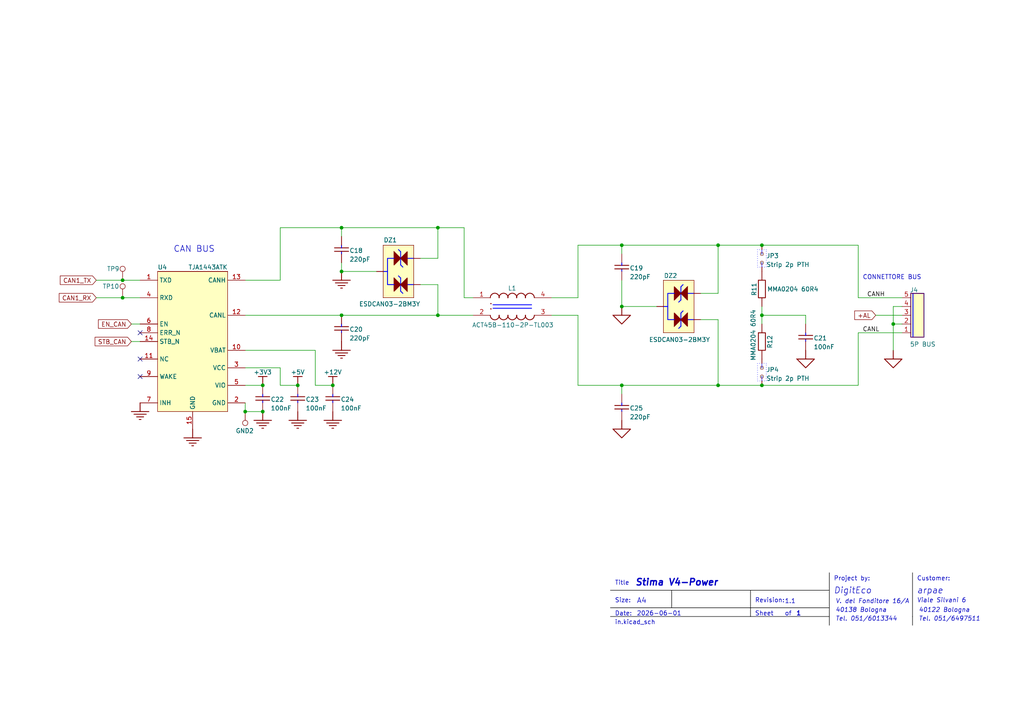
<source format=kicad_sch>
(kicad_sch (version 20230121) (generator eeschema)
  (paper "A4")
  (title_block (title "Stima V4-Power") (rev "1.1"))
  (lib_symbols
    (symbol "Connector:TestPoint" (pin_numbers hide) (pin_names (offset 0.762) hide)
      (property "Reference" "TP" (at 0 6.858 0))
      (property "Value" "TestPoint" (at 0 5.08 0))
      (symbol "TestPoint_0_1"
        (circle (center 0 3.302) (radius 0.762))
      )
      (symbol "TestPoint_1_1"
        (pin passive line (at 0 0 90) (length 2.54) (name "1") (number "1"))
      )
    )
    (symbol "Stima V4 Master R1_1-altium-import:EGND" (power)
      (symbol "EGND_0_0"
        (polyline (pts (xy 0 0) (xy 0 -2.54)) (stroke (width 0.254)))
        (polyline (pts (xy -2.54 -2.54) (xy 2.54 -2.54) (xy 0 -5.08) (xy -2.54 -2.54)) (stroke (width 0.254)))
        (pin power_in line (at 0 0 0) (length 0) hide (name "EGND") (number ""))
      )
    )
    (symbol "Stima V4 Master R1_1-altium-import:root_2_mirrored_Mors_5p_px"
      (property "Reference" "J4" (at -0.254 12.954 0))
      (property "Value" "5P BUS" (at -0.254 -2.794 0))
      (symbol "root_2_mirrored_Mors_5p_px_1_0"
        (polyline (pts (xy 0.635 0) (xy 0.635 12.7)) (stroke (width 0.254) (color 0 0 255 1)))
        (polyline (pts (xy 0 12.7) (xy 0 0) (xy 3.81 0) (xy 3.81 12.7) (xy 0 12.7)) (stroke (width 0.254) (color 0 0 255 1)))
        (rectangle (start 3.81 12.7) (end 0 0) (fill (type background)))
        (pin passive line (at -2.54 1.27 0) (length 2.54) (name "1") (number "1"))
        (pin passive line (at -2.54 3.81 0) (length 2.54) (name "2") (number "2"))
        (pin passive line (at -2.54 6.35 0) (length 2.54) (name "3") (number "3"))
        (pin passive line (at -2.54 8.89 0) (length 2.54) (name "4") (number "4"))
        (pin passive line (at -2.54 11.43 0) (length 2.54) (name "5") (number "5"))
      )
    )
    (symbol "Stima V4 Power-altium-import:+12V" (power)
      (property "Reference" "#PWR" (at 0 0 0))
      (property "Value" "+12V" (at 0 3.81 0))
      (symbol "+12V_0_0"
        (polyline (pts (xy -1.27 -2.54) (xy 1.27 -2.54)) (stroke (width 0.254)))
        (polyline (pts (xy 0 0) (xy 0 -2.54)) (stroke (width 0.254)))
        (pin power_in line (at 0 0 0) (length 0) hide (name "+12V") (number ""))
      )
    )
    (symbol "Stima V4 Power-altium-import:+3V3" (power)
      (property "Reference" "#PWR" (at 0 0 0))
      (property "Value" "+3V3" (at 0 3.81 0))
      (symbol "+3V3_0_0"
        (polyline (pts (xy -1.27 -2.54) (xy 1.27 -2.54)) (stroke (width 0.254)))
        (polyline (pts (xy 0 0) (xy 0 -2.54)) (stroke (width 0.254)))
        (pin power_in line (at 0 0 0) (length 0) hide (name "+3V3") (number ""))
      )
    )
    (symbol "Stima V4 Power-altium-import:+5V" (power)
      (property "Reference" "#PWR" (at 0 0 0))
      (property "Value" "+5V" (at 0 3.81 0))
      (symbol "+5V_0_0"
        (polyline (pts (xy -1.27 -2.54) (xy 1.27 -2.54)) (stroke (width 0.254)))
        (polyline (pts (xy 0 0) (xy 0 -2.54)) (stroke (width 0.254)))
        (pin power_in line (at 0 0 0) (length 0) hide (name "+5V") (number ""))
      )
    )
    (symbol "Stima V4 Power-altium-import:EGND" (power)
      (symbol "EGND_0_0"
        (polyline (pts (xy 0 0) (xy 0 -2.54)) (stroke (width 0.254)))
        (polyline (pts (xy -2.54 -2.54) (xy 2.54 -2.54) (xy 0 -5.08) (xy -2.54 -2.54)) (stroke (width 0.254)))
        (pin power_in line (at 0 0 0) (length 0) hide (name "EGND") (number ""))
      )
    )
    (symbol "Stima V4 Power-altium-import:GND" (power)
      (property "Reference" "#PWR" (at 0 0 0))
      (property "Value" "GND" (at 0 6.35 0))
      (symbol "GND_0_0"
        (polyline (pts (xy -2.54 -2.54) (xy 2.54 -2.54)) (stroke (width 0.254)))
        (polyline (pts (xy -1.778 -3.302) (xy 1.778 -3.302)) (stroke (width 0.254)))
        (polyline (pts (xy -1.016 -4.064) (xy 1.016 -4.064)) (stroke (width 0.254)))
        (polyline (pts (xy -0.254 -4.826) (xy 0.254 -4.826)) (stroke (width 0.254)))
        (polyline (pts (xy 0 0) (xy 0 -2.54)) (stroke (width 0.254)))
        (pin power_in line (at 0 0 0) (length 0) hide (name "GND") (number ""))
      )
    )
    (symbol "Stima V4 Power-altium-import:root_0_ACT45B TDK"
      (symbol "root_0_ACT45B TDK_1_0"
        (polyline (pts (xy 5.842 -3.048) (xy 17.018 -3.048)) (stroke (width 0.254) (color 0 0 255 1)))
        (polyline (pts (xy 5.842 -2.032) (xy 17.018 -2.032)) (stroke (width 0.254) (color 0 0 255 1)))
        (arc (start 5.0421 -5.0955) (mid 6.3606 -6.3879) (end 7.658 -5.0743) (stroke (width 0.254)))
        (arc (start 7.5821 -5.0955) (mid 8.9006 -6.3879) (end 10.198 -5.0743) (stroke (width 0.254)))
        (arc (start 7.6579 0.0155) (mid 6.3394 1.3079) (end 5.042 -0.0057) (stroke (width 0.254)))
        (arc (start 10.1221 -5.0955) (mid 11.4406 -6.3879) (end 12.738 -5.0743) (stroke (width 0.254)))
        (arc (start 10.1979 0.0155) (mid 8.8794 1.3079) (end 7.582 -0.0057) (stroke (width 0.254)))
        (arc (start 12.6621 -5.0955) (mid 13.9806 -6.3879) (end 15.278 -5.0743) (stroke (width 0.254)))
        (arc (start 12.7379 0.0155) (mid 11.4194 1.3079) (end 10.122 -0.0057) (stroke (width 0.254)))
        (arc (start 15.2021 -5.0955) (mid 16.5206 -6.3879) (end 17.818 -5.0743) (stroke (width 0.254)))
        (arc (start 15.2779 0.0155) (mid 13.9594 1.3079) (end 12.662 -0.0057) (stroke (width 0.254)))
        (arc (start 17.8179 0.0155) (mid 16.4994 1.3079) (end 15.202 -0.0057) (stroke (width 0.254)))
        (text "." (at 5.588 -3.81 900) (effects (font (size 2.032 2.032)) (justify left bottom)))
        (text "." (at 5.588 -2.286 900) (effects (font (size 2.032 2.032)) (justify left bottom)))
        (pin passive line (at 0 0 0) (length 5.08) (name "1") (number "1"))
        (pin passive line (at 0 -5.08 0) (length 5.08) (name "2") (number "2"))
        (pin passive line (at 22.86 -5.08 180) (length 5.08) (name "3") (number "3"))
        (pin passive line (at 22.86 0 180) (length 5.08) (name "4") (number "4"))
      )
    )
    (symbol "Stima V4 Power-altium-import:root_0_C0603"
      (symbol "root_0_C0603_1_0"
        (polyline (pts (xy -2.032 -0.762) (xy 2.032 -0.762)) (stroke (width 0.254)))
        (polyline (pts (xy 0 -2.54) (xy 0 -1.778)) (stroke (width 0.254) (color 0 0 255 1)))
        (polyline (pts (xy 0 0) (xy 0 -0.762)) (stroke (width 0.254) (color 0 0 255 1)))
        (polyline (pts (xy 2.032 -1.778) (xy -2.032 -1.778)) (stroke (width 0.254)))
        (pin passive line (at 0 2.54 270) (length 2.54) (name "1") (number "1"))
        (pin passive line (at 0 -5.08 90) (length 2.54) (name "2") (number "2"))
      )
    )
    (symbol "Stima V4 Power-altium-import:root_0_JUMP1"
      (property "Reference" "JP4" (at 2.54 -2.54 0))
      (property "Value" "Strip 2p PTH" (at 2.54 -5.08 0))
      (symbol "root_0_JUMP1_1_0"
        (polyline (pts (xy 1.27 -3.81) (xy 1.27 -5.08)) (stroke (width 0) (color 0 0 255 1)))
        (polyline (pts (xy 1.27 -1.27) (xy 1.27 0)) (stroke (width 0) (color 0 0 255 1)))
        (polyline (pts (xy 2.54 0) (xy 0 0) (xy 0 -5.08) (xy 2.54 -5.08) (xy 2.54 0)) (stroke (width 0) (type dot) (color 0 0 255 1)))
        (circle (center 1.27 -3.81) (radius 0.508) (stroke (width 0.0001)) (fill (type color) (color 192 192 192 1)))
        (circle (center 1.27 -1.27) (radius 0.508) (stroke (width 0.0001)) (fill (type color) (color 192 192 192 1)))
        (pin passive line (at 1.27 1.27 270) (length 1.27) (name "") (number "1"))
        (pin passive line (at 1.27 -6.35 90) (length 1.27) (name "") (number "2"))
      )
    )
    (symbol "Stima V4 Power-altium-import:root_0_TJA1443A"
      (property "Reference" "U4" (at 0 0.508 0))
      (property "Value" "TJA1443ATK" (at 8.89 0.508 0))
      (symbol "root_0_TJA1443A_1_0"
        (rectangle (start 20.32 0) (end 0 -40.64) (fill (type background)))
        (rectangle (start 20.32 0) (end 0 0) (fill (type background)))
        (pin passive line (at -5.08 -2.54 0) (length 5.08) (name "TXD") (number "1"))
        (pin power_in line (at 25.4 -22.86 180) (length 5.08) (name "VBAT") (number "10"))
        (pin passive line (at -5.08 -25.4 0) (length 5.08) (name "NC") (number "11"))
        (pin passive line (at 25.4 -12.7 180) (length 5.08) (name "CANL") (number "12"))
        (pin passive line (at 25.4 -2.54 180) (length 5.08) (name "CANH") (number "13"))
        (pin input line (at -5.08 -20.32 0) (length 5.08) (name "STB_N") (number "14"))
        (pin power_in line (at 10.16 -45.72 90) (length 5.08) (name "GND") (number "15"))
        (pin power_in line (at 25.4 -38.1 180) (length 5.08) (name "GND") (number "2"))
        (pin power_in line (at 25.4 -27.94 180) (length 5.08) (name "VCC") (number "3"))
        (pin passive line (at -5.08 -7.62 0) (length 5.08) (name "RXD") (number "4"))
        (pin power_in line (at 25.4 -33.02 180) (length 5.08) (name "VIO") (number "5"))
        (pin input line (at -5.08 -15.24 0) (length 5.08) (name "EN") (number "6"))
        (pin passive line (at -5.08 -38.1 0) (length 5.08) (name "INH") (number "7"))
        (pin output line (at -5.08 -17.78 0) (length 5.08) (name "ERR_N") (number "8"))
        (pin passive line (at -5.08 -30.48 0) (length 5.08) (name "WAKE") (number "9"))
      )
    )
    (symbol "Stima V4 Power-altium-import:root_1_Res Melf"
      (symbol "root_1_Res Melf_1_0"
        (rectangle (start 3.556 5.08) (end 1.524 0) (stroke (width 0.254)))
        (pin passive line (at 2.54 -2.54 90) (length 2.54) (name "1") (number "1"))
        (pin passive line (at 2.54 7.62 270) (length 2.54) (name "2") (number "2"))
      )
    )
    (symbol "Stima V4 Power-altium-import:root_1_mirrored_Transil bidirez doppio ESDCAN"
      (symbol "root_1_mirrored_Transil bidirez doppio ESDCAN_1_0"
        (polyline (pts (xy -5.715 3.81) (xy -4.445 3.81)) (stroke (width 0.254) (color 0 0 255 1)))
        (polyline (pts (xy -0.635 -1.905) (xy 0 -2.54)) (stroke (width 0.254) (color 0 0 255 1)))
        (polyline (pts (xy -0.635 1.905) (xy -1.27 2.54)) (stroke (width 0.254) (color 0 0 255 1)))
        (polyline (pts (xy -0.635 1.905) (xy -0.635 -1.905)) (stroke (width 0.254) (color 0 0 255 1)))
        (polyline (pts (xy -0.635 5.715) (xy 0 5.08)) (stroke (width 0.254) (color 0 0 255 1)))
        (polyline (pts (xy -0.635 9.525) (xy -1.27 10.16)) (stroke (width 0.254) (color 0 0 255 1)))
        (polyline (pts (xy -0.635 9.525) (xy -0.635 5.715)) (stroke (width 0.254) (color 0 0 255 1)))
        (polyline (pts (xy 1.27 0) (xy 3.175 0)) (stroke (width 0.254) (color 0 0 255 1)))
        (polyline (pts (xy 1.27 7.62) (xy 3.175 7.62)) (stroke (width 0.254) (color 0 0 255 1)))
        (polyline (pts (xy -2.54 0) (xy -4.445 0) (xy -4.445 7.62) (xy -2.54 7.62)) (stroke (width 0.254) (color 0 0 255 1)))
        (polyline (pts (xy -2.54 1.905) (xy -0.635 0) (xy -2.54 -1.905) (xy -2.54 1.905)) (stroke (width 0.254)) (fill (type outline)))
        (polyline (pts (xy -2.54 9.525) (xy -0.635 7.62) (xy -2.54 5.715) (xy -2.54 9.525)) (stroke (width 0.254)) (fill (type outline)))
        (polyline (pts (xy 1.27 -1.905) (xy -0.635 0) (xy 1.27 1.905) (xy 1.27 -1.905)) (stroke (width 0.254)) (fill (type outline)))
        (polyline (pts (xy 1.27 5.715) (xy -0.635 7.62) (xy 1.27 9.525) (xy 1.27 5.715)) (stroke (width 0.254)) (fill (type outline)))
        (rectangle (start 3.175 11.43) (end -5.715 -3.81) (fill (type background)))
        (pin passive line (at 5.08 0 180) (length 1.905) (name "A/K") (number "1"))
        (pin passive line (at 5.08 7.62 180) (length 1.905) (name "A/K") (number "2"))
        (pin passive line (at -7.62 3.81 0) (length 1.905) (name "A/K") (number "3"))
      )
    )
    (symbol "Stima V4 Power-altium-import:root_2_C0603"
      (symbol "root_2_C0603_1_0"
        (polyline (pts (xy -2.032 1.778) (xy 2.032 1.778)) (stroke (width 0.254)))
        (polyline (pts (xy 0 0) (xy 0 0.762)) (stroke (width 0.254) (color 0 0 255 1)))
        (polyline (pts (xy 0 2.54) (xy 0 1.778)) (stroke (width 0.254) (color 0 0 255 1)))
        (polyline (pts (xy 2.032 0.762) (xy -2.032 0.762)) (stroke (width 0.254)))
        (pin passive line (at 0 -2.54 90) (length 2.54) (name "1") (number "1"))
        (pin passive line (at 0 5.08 270) (length 2.54) (name "2") (number "2"))
      )
    )
  )
  (junction (at 180.34 71.12))
  (junction (at 35.56 81.28))
  (junction (at 259.08 93.98))
  (junction (at 180.34 88.9))
  (junction (at 127 66.04))
  (junction (at 76.2 119.38))
  (junction (at 220.98 91.44))
  (junction (at 99.06 66.04))
  (junction (at 220.98 71.12))
  (junction (at 96.52 111.76))
  (junction (at 86.36 111.76))
  (junction (at 76.2 111.76))
  (junction (at 71.12 119.38))
  (junction (at 208.28 71.12))
  (junction (at 208.28 111.76))
  (junction (at 127 91.44))
  (junction (at 180.34 111.76))
  (junction (at 220.98 111.76))
  (junction (at 35.56 86.36))
  (junction (at 99.06 78.74))
  (junction (at 99.06 91.44))
  (no_connect (at 40.64 96.52))
  (no_connect (at 40.64 109.22))
  (no_connect (at 40.64 104.14))
  (wire (pts (xy 81.28 81.28) (xy 81.28 66.04)))
  (wire (pts (xy 233.68 91.44) (xy 233.68 93.98)))
  (wire (pts (xy 167.64 91.44) (xy 167.64 111.76)))
  (wire (pts (xy 259.08 93.98) (xy 259.08 101.6)))
  (wire (pts (xy 35.56 81.28) (xy 40.64 81.28)))
  (polyline (pts (xy 217.678 171.196) (xy 217.678 178.816)) (stroke (width 0) (type solid) (color 0 0 0 1)))
  (wire (pts (xy 180.34 71.12) (xy 208.28 71.12)))
  (wire (pts (xy 81.28 66.04) (xy 99.06 66.04)))
  (wire (pts (xy 208.28 111.76) (xy 208.28 92.71)))
  (wire (pts (xy 261.62 93.98) (xy 259.08 93.98)))
  (wire (pts (xy 134.62 66.04) (xy 134.62 86.36)))
  (polyline (pts (xy 177.038 176.276) (xy 240.538 176.276)) (stroke (width 0) (type solid) (color 0 0 0 1)))
  (wire (pts (xy 109.22 78.74) (xy 99.06 78.74)))
  (wire (pts (xy 38.1 93.98) (xy 40.64 93.98)))
  (polyline (pts (xy 194.818 171.196) (xy 194.818 176.276)) (stroke (width 0) (type solid) (color 0 0 0 1)))
  (wire (pts (xy 208.28 71.12) (xy 208.28 85.09)))
  (wire (pts (xy 121.92 74.93) (xy 127 74.93)))
  (wire (pts (xy 248.92 86.36) (xy 261.62 86.36)))
  (wire (pts (xy 248.92 96.52) (xy 261.62 96.52)))
  (wire (pts (xy 99.06 91.44) (xy 127 91.44)))
  (polyline (pts (xy 264.668 178.816) (xy 264.668 181.356)) (stroke (width 0) (type solid) (color 0 0 0 1)))
  (wire (pts (xy 167.64 111.76) (xy 180.34 111.76)))
  (wire (pts (xy 220.98 91.44) (xy 233.68 91.44)))
  (wire (pts (xy 259.08 88.9) (xy 261.62 88.9)))
  (wire (pts (xy 220.98 71.12) (xy 248.92 71.12)))
  (wire (pts (xy 160.02 91.44) (xy 167.64 91.44)))
  (wire (pts (xy 259.08 93.98) (xy 259.08 88.9)))
  (wire (pts (xy 180.34 111.76) (xy 208.28 111.76)))
  (wire (pts (xy 167.64 86.36) (xy 167.64 71.12)))
  (wire (pts (xy 38.1 99.06) (xy 40.64 99.06)))
  (polyline (pts (xy 177.038 171.196) (xy 240.538 171.196)) (stroke (width 0) (type solid) (color 0 0 0 1)))
  (wire (pts (xy 127 91.44) (xy 137.16 91.44)))
  (wire (pts (xy 71.12 81.28) (xy 81.28 81.28)))
  (wire (pts (xy 91.44 111.76) (xy 96.52 111.76)))
  (wire (pts (xy 71.12 91.44) (xy 99.06 91.44)))
  (wire (pts (xy 254 91.44) (xy 261.62 91.44)))
  (wire (pts (xy 81.28 106.68) (xy 81.28 111.76)))
  (wire (pts (xy 71.12 116.84) (xy 71.12 119.38)))
  (wire (pts (xy 27.94 86.36) (xy 35.56 86.36)))
  (wire (pts (xy 248.92 71.12) (xy 248.92 86.36)))
  (wire (pts (xy 167.64 71.12) (xy 180.34 71.12)))
  (wire (pts (xy 99.06 66.04) (xy 99.06 68.58)))
  (polyline (pts (xy 240.538 166.116) (xy 240.538 178.816)) (stroke (width 0) (type solid) (color 0 0 0 1)))
  (wire (pts (xy 81.28 111.76) (xy 86.36 111.76)))
  (wire (pts (xy 71.12 119.38) (xy 76.2 119.38)))
  (wire (pts (xy 99.06 78.74) (xy 99.06 76.2)))
  (wire (pts (xy 180.34 88.9) (xy 180.34 81.28)))
  (wire (pts (xy 220.98 93.98) (xy 220.98 91.44)))
  (wire (pts (xy 134.62 86.36) (xy 137.16 86.36)))
  (wire (pts (xy 127 66.04) (xy 134.62 66.04)))
  (wire (pts (xy 27.94 81.28) (xy 35.56 81.28)))
  (wire (pts (xy 208.28 71.12) (xy 220.98 71.12)))
  (wire (pts (xy 180.34 88.9) (xy 190.5 88.9)))
  (wire (pts (xy 127 82.55) (xy 127 91.44)))
  (wire (pts (xy 127 74.93) (xy 127 66.04)))
  (wire (pts (xy 35.56 86.36) (xy 40.64 86.36)))
  (wire (pts (xy 248.92 111.76) (xy 248.92 96.52)))
  (wire (pts (xy 121.92 82.55) (xy 127 82.55)))
  (wire (pts (xy 208.28 92.71) (xy 203.2 92.71)))
  (wire (pts (xy 180.34 71.12) (xy 180.34 73.66)))
  (wire (pts (xy 220.98 91.44) (xy 220.98 88.9)))
  (wire (pts (xy 180.34 114.3) (xy 180.34 111.76)))
  (wire (pts (xy 208.28 85.09) (xy 203.2 85.09)))
  (wire (pts (xy 208.28 111.76) (xy 220.98 111.76)))
  (wire (pts (xy 71.12 106.68) (xy 81.28 106.68)))
  (wire (pts (xy 71.12 101.6) (xy 91.44 101.6)))
  (wire (pts (xy 91.44 101.6) (xy 91.44 111.76)))
  (wire (pts (xy 99.06 66.04) (xy 127 66.04)))
  (wire (pts (xy 220.98 111.76) (xy 248.92 111.76)))
  (wire (pts (xy 160.02 86.36) (xy 167.64 86.36)))
  (wire (pts (xy 71.12 111.76) (xy 76.2 111.76)))
  (polyline (pts (xy 177.038 178.816) (xy 240.538 178.816) (xy 240.538 181.356)) (stroke (width 0) (type solid) (color 0 0 0 1)))
  (polyline (pts (xy 264.668 166.116) (xy 264.668 166.116) (xy 264.668 178.816)) (stroke (width 0) (type solid) (color 0 0 0 1)))
  (text "Date:" (at 178.308 178.816 0) (effects (font (size 1.27 1.27)) (justify left bottom)))
  (text "V. del Fonditore 16/A" (at 242.316 175.26 0) (effects (font (size 1.27 1.27) italic) (justify left bottom)))
  (text "${#}" (at 224.282 178.816 0) (effects (font (size 1.27 1.27) bold) (justify left bottom)))
  (text "40138 Bologna" (at 242.316 177.8 0) (effects (font (size 1.27 1.27) italic) (justify left bottom)))
  (text "Viale Silvani 6" (at 265.938 175.006 0) (effects (font (size 1.27 1.27) italic) (justify left bottom)))
  (text "Project by:" (at 241.808 168.656 0) (effects (font (size 1.27 1.27)) (justify left bottom)))
  (text "Size:" (at 178.308 175.006 0) (effects (font (size 1.27 1.27)) (justify left bottom)))
  (text "Tel. 051/6497511" (at 266.446 180.34 0) (effects (font (size 1.27 1.27) italic) (justify left bottom)))
  (text "1.1" (at 227.584 175.26 0) (effects (font (size 1.27 1.27)) (justify left bottom)))
  (text "CAN BUS" (at 50.292 73.406 0) (effects (font (size 1.778 1.778)) (justify left bottom)))
  (text "of" (at 227.584 178.816 0) (effects (font (size 1.27 1.27)) (justify left bottom)))
  (text "arpae" (at 265.938 172.466 0) (effects (font (size 1.778 1.778) italic) (justify left bottom)))
  (text "${TITLE}" (at 184.15 170.18 0) (effects (font (size 1.905 1.905) bold italic) (justify left bottom)))
  (text "A4" (at 184.658 175.26 0) (effects (font (size 1.524 1.524)) (justify left bottom)))
  (text "${CURRENT_DATE}" (at 184.658 178.816 0) (effects (font (size 1.27 1.27)) (justify left bottom)))
  (text "${##}" (at 230.886 178.816 0) (effects (font (size 1.27 1.27) bold) (justify left bottom)))
  (text "${FILENAME}" (at 178.308 181.356 0) (effects (font (size 1.27 1.27)) (justify left bottom)))
  (text "Title" (at 178.308 169.926 0) (effects (font (size 1.27 1.27)) (justify left bottom)))
  (text "Customer:" (at 265.938 168.656 0) (effects (font (size 1.27 1.27)) (justify left bottom)))
  (text "40122 Bologna" (at 266.446 177.8 0) (effects (font (size 1.27 1.27) italic) (justify left bottom)))
  (text "Tel. 051/6013344" (at 242.316 180.34 0) (effects (font (size 1.27 1.27) italic) (justify left bottom)))
  (text "CONNETTORE BUS" (at 250.19 81.28 0) (effects (font (size 1.27 1.27)) (justify left bottom)))
  (text "Sheet" (at 218.948 178.816 0) (effects (font (size 1.27 1.27)) (justify left bottom)))
  (text "DigitEco" (at 241.808 172.466 0) (effects (font (size 1.778 1.778) italic) (justify left bottom)))
  (text "Revision:" (at 218.948 175.006 0) (effects (font (size 1.27 1.27)) (justify left bottom)))
  (text "" (at 184.658 181.356 0) (effects (font (size 1.27 1.27)) (justify left bottom)))
  (label "CANL" (at 250.19 96.52 180))
  (label "CANH" (at 251.46 86.36 180))
  (global_label "CAN1_TX" (shape input) (at 27.94 81.28 180) (property "Intersheetrefs" "${INTERSHEET_REFS}" (effects hide)))
  (global_label "EN_CAN" (shape input) (at 38.1 93.98 180) (property "Intersheetrefs" "${INTERSHEET_REFS}" (effects hide)))
  (global_label "STB_CAN" (shape input) (at 38.1 99.06 180) (property "Intersheetrefs" "${INTERSHEET_REFS}" (effects hide)))
  (global_label "+AL" (shape input) (at 254 91.44 180) (property "Intersheetrefs" "${INTERSHEET_REFS}" (effects hide)))
  (global_label "CAN1_RX" (shape input) (at 27.94 86.36 180) (property "Intersheetrefs" "${INTERSHEET_REFS}" (effects hide)))
  (symbol (lib_id "Stima V4 Power-altium-import:root_0_C0603") (at 86.36 114.3 0) (unit 1)
    (property "Reference" "C23" (at 88.646 116.586 0) (effects (justify left bottom)))
    (property "Value" "100nF" (at 88.646 119.126 0) (effects (justify left bottom)))
    (property "Footprint" "Library_Power_impronte:0603" (effects hide))
    (property "PACKAGE REFERENCE" "0603" (effects hide))
    (property "TYPE" "Multistrato X5R/X7R" (effects hide))
    (property "ALTIUM_VALUE" "100nF" (effects hide))
    (property "VOLTAGE" "50V" (effects hide))
  )
  (symbol (lib_id "Stima V4 Power-altium-import:root_1_mirrored_Transil bidirez doppio ESDCAN") (at 198.12 85.09 0) (mirror x) (unit 1)
    (property "Reference" "DZ2" (at 192.532 79.248 0) (effects (justify left bottom)))
    (property "Value" "ESDCAN03-2BM3Y" (at 188.214 97.79 0) (effects (justify left bottom)))
    (property "Footprint" "Library_Power_impronte:QFN-3L-DFN1110-MIO" (effects hide))
    (property "PACKAGE REFERENCE" "QFN-3L also called DFN1110" (effects hide))
  )
  (symbol (lib_id "Stima V4 Power-altium-import:+5V") (at 86.36 111.76 180) (unit 1)
    (property "Reference" "#PWR?" (effects hide))
    (property "Value" "+5V" (at 86.36 107.95 0))
  )
  (symbol (lib_id "Stima V4 Power-altium-import:GND") (at 76.2 119.38 0) (unit 1)
    (property "Reference" "#PWR?" (effects hide))
    (property "Value" "GND" (effects hide))
  )
  (symbol (lib_id "Stima V4 Power-altium-import:root_0_JUMP1") (at 219.71 72.39 0) (unit 1)
    (property "Reference" "JP3" (at 222.25 74.93 0) (effects (justify left bottom)))
    (property "Value" "Strip 2p PTH" (at 222.25 77.47 0) (effects (justify left bottom)))
    (property "Footprint" "Library_Power_impronte:STRIP2P" (effects hide))
    (property "PACKAGE REFERENCE" "PTH" (effects hide))
  )
  (symbol (lib_id "Stima V4 Power-altium-import:root_2_C0603") (at 96.52 116.84 0) (unit 1)
    (property "Reference" "C24" (at 98.806 116.586 0) (effects (justify left bottom)))
    (property "Value" "100nF" (at 98.806 119.126 0) (effects (justify left bottom)))
    (property "Footprint" "Library_Power_impronte:0603" (effects hide))
    (property "PACKAGE REFERENCE" "0603" (effects hide))
    (property "TYPE" "Multistrato X5R/X7R" (effects hide))
    (property "ALTIUM_VALUE" "100nF" (effects hide))
    (property "VOLTAGE" "50V" (effects hide))
  )
  (symbol (lib_id "Stima V4 Power-altium-import:root_2_C0603") (at 99.06 96.52 0) (unit 1)
    (property "Reference" "C20" (at 101.346 96.266 0) (effects (justify left bottom)))
    (property "Value" "220pF" (at 101.346 98.806 0) (effects (justify left bottom)))
    (property "Footprint" "Library_Power_impronte:0603" (effects hide))
    (property "PACKAGE REFERENCE" "0603" (effects hide))
    (property "TYPE" "Multistrato X5R/X7R" (effects hide))
    (property "ALTIUM_VALUE" "220pF" (effects hide))
    (property "VOLTAGE" "50V" (effects hide))
  )
  (symbol (lib_id "Stima V4 Power-altium-import:root_1_Res Melf") (at 218.44 101.6 0) (unit 1)
    (property "Reference" "R12" (at 224.028 101.092 90) (effects (justify left bottom)))
    (property "Value" "MMA0204 60R4" (at 219.202 104.648 90) (effects (justify left bottom)))
    (property "Footprint" "Library_Power_impronte:MELFRESMMA0204" (effects hide))
    (property "ALTIUM_VALUE" "60R4" (effects hide))
    (property "PRECISION" "1%" (effects hide))
    (property "PACKAGE REFERENCE" "MELF" (effects hide))
    (property "POWER" "0.4W" (effects hide))
  )
  (symbol (lib_id "Stima V4 Power-altium-import:+12V") (at 96.52 111.76 180) (unit 1)
    (property "Reference" "#PWR?" (effects hide))
    (property "Value" "+12V" (at 96.52 107.95 0))
  )
  (symbol (lib_id "Stima V4 Power-altium-import:EGND") (at 233.68 101.6 0) (unit 1)
    (property "Reference" "#PWR?" (effects hide))
    (property "Value" "EGND" (effects hide))
  )
  (symbol (lib_id "Stima V4 Power-altium-import:GND") (at 96.52 119.38 0) (unit 1)
    (property "Reference" "#PWR?" (effects hide))
    (property "Value" "GND" (effects hide))
  )
  (symbol (lib_id "Stima V4 Power-altium-import:EGND") (at 180.34 88.9 0) (unit 1)
    (property "Reference" "#PWR?" (effects hide))
    (property "Value" "EGND" (effects hide))
  )
  (symbol (lib_id "Stima V4 Power-altium-import:GND") (at 99.06 99.06 0) (unit 1)
    (property "Reference" "#PWR?" (effects hide))
    (property "Value" "GND" (effects hide))
  )
  (symbol (lib_id "Connector:TestPoint") (at 35.56 86.36 0) (unit 1)
    (property "Reference" "TP10" (at 29.718 83.058 0) (effects (justify left)))
    (property "Value" "TestPoint" (effects hide))
    (property "Footprint" "Library_Power_impronte:TP" (effects hide))
  )
  (symbol (lib_id "Stima V4 Power-altium-import:GND") (at 86.36 119.38 0) (unit 1)
    (property "Reference" "#PWR?" (effects hide))
    (property "Value" "GND" (effects hide))
  )
  (symbol (lib_id "Stima V4 Power-altium-import:root_1_Res Melf") (at 218.44 86.36 0) (unit 1)
    (property "Reference" "R11" (at 219.456 85.852 90) (effects (justify left bottom)))
    (property "Value" "MMA0204 60R4" (at 222.504 84.582 0) (effects (justify left bottom)))
    (property "Footprint" "Library_Power_impronte:MELFRESMMA0204" (effects hide))
    (property "ALTIUM_VALUE" "60R4" (effects hide))
    (property "PRECISION" "1%" (effects hide))
    (property "PACKAGE REFERENCE" "MELF" (effects hide))
    (property "POWER" "0.4W" (effects hide))
  )
  (symbol (lib_id "Connector:TestPoint") (at 71.12 119.38 180) (unit 1)
    (property "Reference" "GND2" (at 68.326 124.968 0) (effects (justify right)))
    (property "Value" "TestPoint" (effects hide))
    (property "Footprint" "Library_Power_impronte:TP" (effects hide))
  )
  (symbol (lib_id "Stima V4 Power-altium-import:root_2_C0603") (at 180.34 119.38 0) (unit 1)
    (property "Reference" "C25" (at 182.626 119.126 0) (effects (justify left bottom)))
    (property "Value" "220pF" (at 182.626 121.666 0) (effects (justify left bottom)))
    (property "Footprint" "Library_Power_impronte:0603" (effects hide))
    (property "PACKAGE REFERENCE" "0603" (effects hide))
    (property "TYPE" "Multistrato X5R/X7R" (effects hide))
    (property "ALTIUM_VALUE" "220pF" (effects hide))
    (property "VOLTAGE" "50V" (effects hide))
  )
  (symbol (lib_id "Stima V4 Power-altium-import:EGND") (at 180.34 121.92 0) (unit 1)
    (property "Reference" "#PWR?" (effects hide))
    (property "Value" "EGND" (effects hide))
  )
  (symbol (lib_id "Stima V4 Power-altium-import:root_0_ACT45B TDK") (at 137.16 86.36 0) (unit 1)
    (property "Reference" "L1" (at 147.32 84.328 0) (effects (justify left bottom)))
    (property "Value" "ACT45B-110-2P-TL003" (at 136.906 94.996 0) (effects (justify left bottom)))
    (property "Footprint" "Library_Power_impronte:ACT45B TDK-MIO" (effects hide))
    (property "PACKAGE REFERENCE" "SMD" (effects hide))
  )
  (symbol (lib_id "Stima V4 Power-altium-import:GND") (at 55.88 124.46 0) (unit 1)
    (property "Reference" "#PWR?" (effects hide))
    (property "Value" "GND" (effects hide))
  )
  (symbol (lib_id "Stima V4 Power-altium-import:GND") (at 99.06 78.74 0) (unit 1)
    (property "Reference" "#PWR?" (effects hide))
    (property "Value" "GND" (effects hide))
  )
  (symbol (lib_id "Stima V4 Power-altium-import:root_2_C0603") (at 233.68 99.06 0) (unit 1)
    (property "Reference" "C21" (at 235.966 98.806 0) (effects (justify left bottom)))
    (property "Value" "100nF" (at 235.966 101.346 0) (effects (justify left bottom)))
    (property "Footprint" "Library_Power_impronte:0603" (effects hide))
    (property "PACKAGE REFERENCE" "0603" (effects hide))
    (property "TYPE" "Multistrato X5R/X7R" (effects hide))
    (property "ALTIUM_VALUE" "100nF" (effects hide))
    (property "VOLTAGE" "50V" (effects hide))
  )
  (symbol (lib_id "Stima V4 Power-altium-import:root_0_C0603") (at 76.2 114.3 0) (unit 1)
    (property "Reference" "C22" (at 78.486 116.586 0) (effects (justify left bottom)))
    (property "Value" "100nF" (at 78.486 119.126 0) (effects (justify left bottom)))
    (property "Footprint" "Library_Power_impronte:0603" (effects hide))
    (property "PACKAGE REFERENCE" "0603" (effects hide))
    (property "TYPE" "Multistrato X5R/X7R" (effects hide))
    (property "ALTIUM_VALUE" "100nF" (effects hide))
    (property "VOLTAGE" "50V" (effects hide))
  )
  (symbol (lib_id "Stima V4 Power-altium-import:GND") (at 40.64 116.84 0) (unit 1)
    (property "Reference" "#PWR?" (effects hide))
    (property "Value" "GND" (effects hide))
  )
  (symbol (lib_id "Stima V4 Power-altium-import:root_2_C0603") (at 180.34 78.74 0) (unit 1)
    (property "Reference" "C19" (at 182.626 78.486 0) (effects (justify left bottom)))
    (property "Value" "220pF" (at 182.626 81.026 0) (effects (justify left bottom)))
    (property "Footprint" "Library_Power_impronte:0603" (effects hide))
    (property "PACKAGE REFERENCE" "0603" (effects hide))
    (property "TYPE" "Multistrato X5R/X7R" (effects hide))
    (property "ALTIUM_VALUE" "220pF" (effects hide))
    (property "VOLTAGE" "50V" (effects hide))
  )
  (symbol (lib_id "Stima V4 Power-altium-import:root_1_mirrored_Transil bidirez doppio ESDCAN") (at 116.84 82.55 0) (unit 1)
    (property "Reference" "DZ1" (at 111.252 70.358 0) (effects (justify left bottom)))
    (property "Value" "ESDCAN03-2BM3Y" (at 104.14 88.9 0) (effects (justify left bottom)))
    (property "Footprint" "Library_Power_impronte:QFN-3L-DFN1110-MIO" (effects hide))
    (property "PACKAGE REFERENCE" "QFN-3L also called DFN1110" (effects hide))
  )
  (symbol (lib_id "Stima V4 Power-altium-import:root_0_TJA1443A") (at 45.72 78.74 0) (unit 1)
    (property "Reference" "U4" (at 45.72 78.232 0) (effects (justify left bottom)))
    (property "Value" "TJA1443ATK" (at 54.61 78.232 0) (effects (justify left bottom)))
    (property "Footprint" "Library_Power_impronte:HVSON14 MIO" (effects hide))
    (property "PACKAGE REFERENCE" "HVSON14" (effects hide))
    (property "PACKAGE" "AT=SO14" (effects hide))
  )
  (symbol (lib_id "Stima V4 Master R1_1-altium-import:root_2_mirrored_Mors_5p_px") (at 264.16 97.79 0) (unit 1)
    (property "Reference" "J4" (at 263.906 84.836 0) (effects (justify left bottom)))
    (property "Value" "5P BUS" (at 263.906 100.584 0) (effects (justify left bottom)))
    (property "Footprint" "Library_Power_impronte:CONTATTI5" (effects hide))
    (property "PACKAGE REFERENCE" "Trad." (effects hide))
    (property "TYPE" "Sauro" (effects hide))
    (instances (project "Stima V4 Power" (path "" (reference "J4") (unit 1)) (path "" (reference "J2") (unit 1))) (project "Stima V4 Master R1_1" (path "" (reference "J4") (unit 1))))
  )
  (symbol (lib_id "Stima V4 Power-altium-import:+3V3") (at 76.2 111.76 180) (unit 1)
    (property "Reference" "#PWR?" (effects hide))
    (property "Value" "+3V3" (at 76.2 107.95 0))
  )
  (symbol (lib_id "Stima V4 Power-altium-import:root_2_C0603") (at 99.06 73.66 0) (unit 1)
    (property "Reference" "C18" (at 101.346 73.406 0) (effects (justify left bottom)))
    (property "Value" "220pF" (at 101.346 75.946 0) (effects (justify left bottom)))
    (property "Footprint" "Library_Power_impronte:0603" (effects hide))
    (property "PACKAGE REFERENCE" "0603" (effects hide))
    (property "TYPE" "Multistrato X5R/X7R" (effects hide))
    (property "ALTIUM_VALUE" "220pF" (effects hide))
    (property "VOLTAGE" "50V" (effects hide))
  )
  (symbol (lib_id "Stima V4 Master R1_1-altium-import:EGND") (at 259.08 101.6 0) (unit 1)
    (property "Reference" "#PWR010" (effects hide))
    (property "Value" "EGND" (effects hide))
    (instances (project "Stima V4 Power" (path "" (reference "#PWR010") (unit 1)) (path "" (reference "#PWR05") (unit 1))) (project "Stima V4 Master R1_1" (path "" (reference "#PWR?") (unit 1))))
  )
  (symbol (lib_id "Stima V4 Power-altium-import:root_0_JUMP1") (at 219.71 105.41 0) (unit 1)
    (property "Reference" "JP4" (at 222.25 107.95 0) (effects (justify left bottom)))
    (property "Value" "Strip 2p PTH" (at 222.25 110.49 0) (effects (justify left bottom)))
    (property "Footprint" "Library_Power_impronte:STRIP2P" (effects hide))
    (property "PACKAGE REFERENCE" "PTH" (effects hide))
  )
  (symbol (lib_id "Connector:TestPoint") (at 35.56 81.28 0) (unit 1)
    (property "Reference" "TP9" (at 30.988 77.978 0) (effects (justify left)))
    (property "Value" "TestPoint" (effects hide))
    (property "Footprint" "Library_Power_impronte:TP" (effects hide))
  )
)
</source>
